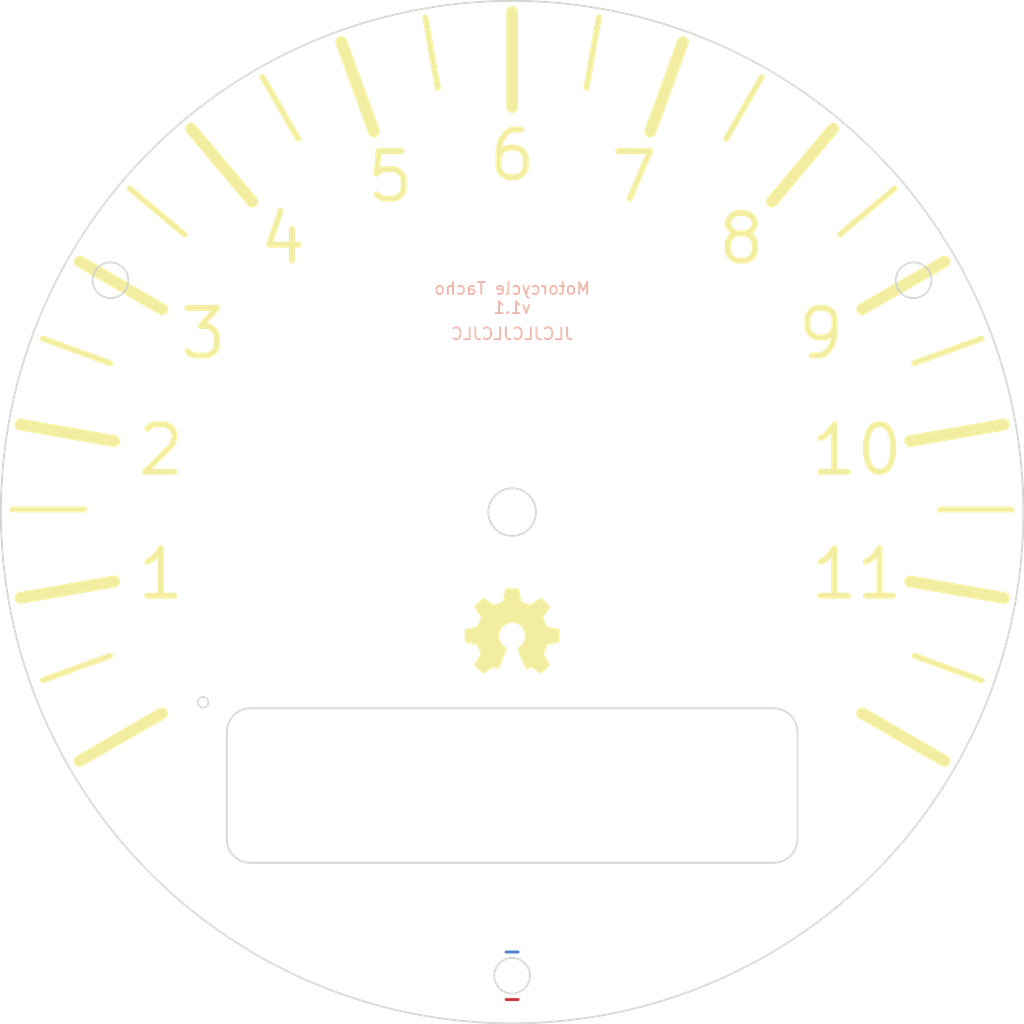
<source format=kicad_pcb>
(kicad_pcb (version 20171130) (host pcbnew 5.1.10)

  (general
    (thickness 1.6)
    (drawings 56)
    (tracks 2)
    (zones 0)
    (modules 5)
    (nets 1)
  )

  (page A4)
  (layers
    (0 F.Cu signal)
    (31 B.Cu signal)
    (36 B.SilkS user)
    (37 F.SilkS user)
    (38 B.Mask user)
    (39 F.Mask user)
    (40 Dwgs.User user)
    (41 Cmts.User user)
    (42 Eco1.User user)
    (43 Eco2.User user)
    (44 Edge.Cuts user)
    (45 Margin user)
    (46 B.CrtYd user)
    (47 F.CrtYd user)
    (49 F.Fab user)
  )

  (setup
    (last_trace_width 0.25)
    (trace_clearance 0.2)
    (zone_clearance 0.508)
    (zone_45_only no)
    (trace_min 0.2)
    (via_size 0.8)
    (via_drill 0.4)
    (via_min_size 0.4)
    (via_min_drill 0.3)
    (uvia_size 0.3)
    (uvia_drill 0.1)
    (uvias_allowed no)
    (uvia_min_size 0.2)
    (uvia_min_drill 0.1)
    (edge_width 0.15)
    (segment_width 0.2)
    (pcb_text_width 0.3)
    (pcb_text_size 1.5 1.5)
    (mod_edge_width 0.15)
    (mod_text_size 1 1)
    (mod_text_width 0.15)
    (pad_size 1.524 1.524)
    (pad_drill 0.762)
    (pad_to_mask_clearance 0)
    (aux_axis_origin 0 0)
    (visible_elements 7FF9FFFF)
    (pcbplotparams
      (layerselection 0x010f0_ffffffff)
      (usegerberextensions false)
      (usegerberattributes true)
      (usegerberadvancedattributes false)
      (creategerberjobfile false)
      (excludeedgelayer true)
      (linewidth 0.100000)
      (plotframeref false)
      (viasonmask false)
      (mode 1)
      (useauxorigin false)
      (hpglpennumber 1)
      (hpglpenspeed 20)
      (hpglpendiameter 15.000000)
      (psnegative false)
      (psa4output false)
      (plotreference true)
      (plotvalue false)
      (plotinvisibletext false)
      (padsonsilk false)
      (subtractmaskfromsilk false)
      (outputformat 1)
      (mirror false)
      (drillshape 0)
      (scaleselection 1)
      (outputdirectory "gerb/"))
  )

  (net 0 "")

  (net_class Default "This is the default net class."
    (clearance 0.2)
    (trace_width 0.25)
    (via_dia 0.8)
    (via_drill 0.4)
    (uvia_dia 0.3)
    (uvia_drill 0.1)
  )

  (module footprints:OSHW (layer F.Cu) (tedit 616B55A4) (tstamp 61B68ADB)
    (at 150 110)
    (fp_text reference G*** (at 0 0) (layer F.SilkS) hide
      (effects (font (size 1.524 1.524) (thickness 0.3)))
    )
    (fp_text value LOGO (at 0.75 0) (layer F.SilkS) hide
      (effects (font (size 1.524 1.524) (thickness 0.3)))
    )
    (fp_poly (pts (xy 0.20526 -3.592883) (xy 0.385381 -3.580397) (xy 0.51573 -3.559594) (xy 0.571414 -3.53055)
      (xy 0.587793 -3.45675) (xy 0.615992 -3.309364) (xy 0.651356 -3.113236) (xy 0.673433 -2.986242)
      (xy 0.756091 -2.504311) (xy 1.139047 -2.348312) (xy 1.522004 -2.192314) (xy 1.959471 -2.493407)
      (xy 2.142389 -2.616993) (xy 2.29531 -2.715998) (xy 2.399541 -2.77858) (xy 2.434787 -2.794499)
      (xy 2.484927 -2.760943) (xy 2.584443 -2.672609) (xy 2.714952 -2.547995) (xy 2.858074 -2.405601)
      (xy 2.995426 -2.263927) (xy 3.108626 -2.141473) (xy 3.179294 -2.056738) (xy 3.193713 -2.030704)
      (xy 3.166959 -1.976284) (xy 3.094711 -1.859237) (xy 2.988994 -1.698501) (xy 2.89881 -1.566218)
      (xy 2.603908 -1.139604) (xy 2.751292 -0.782192) (xy 2.826717 -0.606423) (xy 2.892073 -0.466815)
      (xy 2.935109 -0.389282) (xy 2.939627 -0.383831) (xy 3.003576 -0.358286) (xy 3.142847 -0.322455)
      (xy 3.334225 -0.281895) (xy 3.473883 -0.255925) (xy 3.967191 -0.168969) (xy 3.981288 0.388224)
      (xy 3.989463 0.6216) (xy 3.990125 0.781956) (xy 3.968388 0.886044) (xy 3.909366 0.95062)
      (xy 3.798173 0.992437) (xy 3.619921 1.028249) (xy 3.373533 1.072224) (xy 3.188754 1.107983)
      (xy 3.04704 1.137848) (xy 2.972585 1.15664) (xy 2.967088 1.15921) (xy 2.940487 1.212517)
      (xy 2.889516 1.330516) (xy 2.825741 1.484793) (xy 2.760727 1.64693) (xy 2.706039 1.788511)
      (xy 2.67324 1.881118) (xy 2.673096 1.881592) (xy 2.671375 1.958078) (xy 2.712073 2.065374)
      (xy 2.803027 2.219751) (xy 2.916589 2.387157) (xy 3.035539 2.56102) (xy 3.128935 2.705351)
      (xy 3.184153 2.800213) (xy 3.193713 2.824823) (xy 3.160308 2.876987) (xy 3.072358 2.978611)
      (xy 2.948257 3.111136) (xy 2.806401 3.256005) (xy 2.665185 3.394658) (xy 2.543005 3.508538)
      (xy 2.458256 3.579085) (xy 2.432357 3.592927) (xy 2.376571 3.565953) (xy 2.259515 3.493443)
      (xy 2.101032 3.388013) (xy 1.997061 3.31613) (xy 1.602043 3.039334) (xy 1.40183 3.141474)
      (xy 1.277151 3.202881) (xy 1.194877 3.239299) (xy 1.180296 3.243615) (xy 1.155235 3.200355)
      (xy 1.100003 3.082361) (xy 1.022122 2.907311) (xy 0.929115 2.692882) (xy 0.828503 2.456752)
      (xy 0.727808 2.2166) (xy 0.634553 1.990102) (xy 0.556259 1.794938) (xy 0.500449 1.648784)
      (xy 0.493787 1.630223) (xy 0.454986 1.504364) (xy 0.457705 1.437132) (xy 0.504179 1.395405)
      (xy 0.509843 1.392183) (xy 0.773339 1.191924) (xy 0.961072 0.937469) (xy 1.067774 0.645274)
      (xy 1.088173 0.331793) (xy 1.017 0.013483) (xy 0.97967 -0.074853) (xy 0.869956 -0.277665)
      (xy 0.748599 -0.41842) (xy 0.582604 -0.529408) (xy 0.448219 -0.594982) (xy 0.137433 -0.683129)
      (xy -0.182642 -0.676391) (xy -0.448219 -0.594982) (xy -0.656716 -0.486361) (xy -0.800828 -0.367304)
      (xy -0.913546 -0.205516) (xy -0.97967 -0.074853) (xy -1.077607 0.241847) (xy -1.082486 0.558354)
      (xy -0.999578 0.858215) (xy -0.834152 1.124973) (xy -0.591478 1.342174) (xy -0.509843 1.392183)
      (xy -0.459779 1.433301) (xy -0.453648 1.49728) (xy -0.489216 1.617241) (xy -0.493787 1.630223)
      (xy -0.545064 1.766368) (xy -0.620093 1.954505) (xy -0.711352 2.176957) (xy -0.811319 2.416045)
      (xy -0.912473 2.654093) (xy -1.00729 2.873421) (xy -1.08825 3.056353) (xy -1.147829 3.18521)
      (xy -1.178506 3.242314) (xy -1.180296 3.243615) (xy -1.233643 3.222966) (xy -1.343329 3.170879)
      (xy -1.399919 3.142449) (xy -1.598219 3.041284) (xy -1.994116 3.317106) (xy -2.168117 3.435527)
      (xy -2.312382 3.528496) (xy -2.406979 3.583439) (xy -2.431324 3.592927) (xy -2.481687 3.559587)
      (xy -2.584763 3.469626) (xy -2.723848 3.33813) (xy -2.833174 3.229966) (xy -2.983706 3.074546)
      (xy -3.10341 2.943581) (xy -3.17729 2.853918) (xy -3.193713 2.824823) (xy -3.16672 2.768196)
      (xy -3.094155 2.650422) (xy -2.988641 2.491438) (xy -2.916589 2.387157) (xy -2.780024 2.183665)
      (xy -2.699952 2.040207) (xy -2.668538 1.940513) (xy -2.673096 1.881592) (xy -2.704752 1.792254)
      (xy -2.758564 1.652752) (xy -2.823007 1.491506) (xy -2.886555 1.336938) (xy -2.937685 1.217468)
      (xy -2.964869 1.161519) (xy -2.965306 1.160993) (xy -3.015656 1.146656) (xy -3.140115 1.118881)
      (xy -3.314758 1.082927) (xy -3.371751 1.071648) (xy -3.574089 1.031721) (xy -3.750485 0.996492)
      (xy -3.86814 0.972522) (xy -3.881484 0.96971) (xy -3.930834 0.955147) (xy -3.962802 0.924656)
      (xy -3.980477 0.86024) (xy -3.986948 0.743903) (xy -3.985304 0.557648) (xy -3.981288 0.388224)
      (xy -3.967191 -0.168969) (xy -3.473883 -0.255925) (xy -3.261277 -0.29659) (xy -3.085863 -0.336097)
      (xy -2.970855 -0.368889) (xy -2.939627 -0.383831) (xy -2.902075 -0.447074) (xy -2.839899 -0.577238)
      (xy -2.765307 -0.748485) (xy -2.750612 -0.783842) (xy -2.602547 -1.142904) (xy -2.89813 -1.569301)
      (xy -3.020793 -1.749776) (xy -3.118596 -1.900382) (xy -3.179489 -2.002155) (xy -3.193713 -2.03456)
      (xy -3.160067 -2.085521) (xy -3.071488 -2.185649) (xy -2.946514 -2.316563) (xy -2.803681 -2.459882)
      (xy -2.661528 -2.597225) (xy -2.538592 -2.710211) (xy -2.453411 -2.780459) (xy -2.427306 -2.794499)
      (xy -2.371892 -2.767695) (xy -2.253825 -2.695239) (xy -2.091967 -2.589067) (xy -1.952672 -2.494141)
      (xy -1.518523 -2.193783) (xy -0.756091 -2.504311) (xy -0.673434 -2.986242) (xy -0.636042 -3.199323)
      (xy -0.603099 -3.378152) (xy -0.579261 -3.497884) (xy -0.571414 -3.53055) (xy -0.515507 -3.559652)
      (xy -0.385015 -3.580436) (xy -0.204809 -3.592902) (xy 0.00024 -3.59705) (xy 0.20526 -3.592883)) (layer F.SilkS) (width 0.01))
  )

  (module footprints:Turn_Signals (layer F.Cu) (tedit 61909963) (tstamp 6191417D)
    (at 130 95)
    (fp_text reference REF** (at 0 2.54 180) (layer F.SilkS) hide
      (effects (font (size 1 1) (thickness 0.15)))
    )
    (fp_text value Turn_Signals (at 0 0 180) (layer F.Fab) hide
      (effects (font (size 1 1) (thickness 0.15)))
    )
    (fp_poly (pts (xy 1.393016 -1.297648) (xy 1.581723 -1.142976) (xy 1.830929 -0.915229) (xy 2.074333 -0.677334)
      (xy 2.747694 0) (xy 2.074333 0.677333) (xy 1.795595 0.948586) (xy 1.552748 1.168099)
      (xy 1.37414 1.311294) (xy 1.293153 1.354667) (xy 1.214783 1.277396) (xy 1.185342 1.066934)
      (xy 1.185333 1.062373) (xy 1.185333 0.77008) (xy 0.656167 0.744873) (xy 0.127 0.719667)
      (xy 0.127 -0.508) (xy 0.423333 -0.508) (xy 0.423333 0.508) (xy 0.931333 0.508)
      (xy 1.213605 0.513265) (xy 1.366066 0.538865) (xy 1.428147 0.599507) (xy 1.439333 0.697492)
      (xy 1.453796 0.779766) (xy 1.512406 0.77847) (xy 1.637996 0.680529) (xy 1.853398 0.472865)
      (xy 1.882825 0.443492) (xy 2.326317 0) (xy 1.882825 -0.443492) (xy 1.65642 -0.663718)
      (xy 1.52228 -0.772816) (xy 1.45757 -0.783864) (xy 1.439461 -0.709938) (xy 1.439333 -0.697492)
      (xy 1.425219 -0.5922) (xy 1.356589 -0.53533) (xy 1.194015 -0.512173) (xy 0.931333 -0.508)
      (xy 0.423333 -0.508) (xy 0.127 -0.508) (xy 0.127 -0.719667) (xy 0.656167 -0.744874)
      (xy 1.185333 -0.77008) (xy 1.185333 -1.062374) (xy 1.213836 -1.274831) (xy 1.291471 -1.354643)
      (xy 1.293153 -1.354667) (xy 1.393016 -1.297648)) (layer F.Mask) (width 0.01))
    (fp_poly (pts (xy -1.214783 -1.277396) (xy -1.185342 -1.066934) (xy -1.185333 -1.062374) (xy -1.185333 -0.77008)
      (xy -0.656167 -0.744874) (xy -0.127 -0.719667) (xy -0.127 0.719667) (xy -0.656167 0.744873)
      (xy -1.185333 0.77008) (xy -1.185333 1.062373) (xy -1.213837 1.274831) (xy -1.291471 1.354642)
      (xy -1.293153 1.354667) (xy -1.393016 1.297648) (xy -1.581724 1.142976) (xy -1.830929 0.915229)
      (xy -2.074334 0.677333) (xy -2.747693 0) (xy -2.745515 -0.002191) (xy -2.324126 -0.002191)
      (xy -1.902897 0.426592) (xy -1.682766 0.643735) (xy -1.551268 0.749346) (xy -1.483547 0.757571)
      (xy -1.454747 0.682552) (xy -1.454612 0.681688) (xy -1.419134 0.583748) (xy -1.324195 0.53126)
      (xy -1.128533 0.510681) (xy -0.925445 0.508) (xy -0.423333 0.508) (xy -0.423333 -0.508)
      (xy -0.931333 -0.508) (xy -1.213605 -0.513265) (xy -1.366066 -0.538865) (xy -1.428147 -0.599508)
      (xy -1.439333 -0.697492) (xy -1.453769 -0.779881) (xy -1.51232 -0.778647) (xy -1.637855 -0.68072)
      (xy -1.853242 -0.473025) (xy -1.88173 -0.444588) (xy -2.324126 -0.002191) (xy -2.745515 -0.002191)
      (xy -2.074333 -0.677333) (xy -1.795595 -0.948586) (xy -1.552749 -1.168099) (xy -1.37414 -1.311294)
      (xy -1.293153 -1.354667) (xy -1.214783 -1.277396)) (layer F.Mask) (width 0.01))
  )

  (module footprints:High_Beam (layer F.Cu) (tedit 6190994D) (tstamp 619140C0)
    (at 130 105)
    (fp_text reference REF** (at 0 2.54) (layer F.SilkS) hide
      (effects (font (size 1 1) (thickness 0.15)))
    )
    (fp_text value High_Beam (at 0 0) (layer F.Fab) hide
      (effects (font (size 1 1) (thickness 0.15)))
    )
    (fp_poly (pts (xy -1.373702 -0.155457) (xy -1.066828 -0.112013) (xy -0.911458 -0.036276) (xy -0.899749 0.074478)
      (xy -0.943715 0.141919) (xy -1.068149 0.193003) (xy -1.312722 0.229554) (xy -1.628777 0.250565)
      (xy -1.967662 0.255027) (xy -2.280722 0.241931) (xy -2.519302 0.210269) (xy -2.615838 0.176582)
      (xy -2.691931 0.045444) (xy -2.681995 -0.033789) (xy -2.62727 -0.099376) (xy -2.503228 -0.14044)
      (xy -2.278509 -0.162028) (xy -1.921752 -0.169187) (xy -1.839924 -0.169333) (xy -1.373702 -0.155457)) (layer F.Mask) (width 0.01))
    (fp_poly (pts (xy -1.735667 0.528782) (xy -1.373463 0.541748) (xy -1.146927 0.561714) (xy -1.022407 0.597726)
      (xy -0.966249 0.658826) (xy -0.946612 0.740833) (xy -0.941227 0.826931) (xy -0.974387 0.882176)
      (xy -1.075832 0.913408) (xy -1.275301 0.92747) (xy -1.602535 0.931201) (xy -1.774769 0.931333)
      (xy -2.175776 0.926928) (xy -2.437911 0.910694) (xy -2.591475 0.878105) (xy -2.666774 0.824631)
      (xy -2.681995 0.795788) (xy -2.689755 0.669434) (xy -2.587799 0.585193) (xy -2.359746 0.538445)
      (xy -1.989217 0.524567) (xy -1.735667 0.528782)) (layer F.Mask) (width 0.01))
    (fp_poly (pts (xy -1.388998 1.27235) (xy -1.143569 1.283521) (xy -1.005981 1.309699) (xy -0.945497 1.357066)
      (xy -0.93138 1.431806) (xy -0.931333 1.439333) (xy -0.943013 1.51659) (xy -0.998542 1.565967)
      (xy -1.128656 1.593648) (xy -1.364093 1.605817) (xy -1.735588 1.608657) (xy -1.773003 1.608667)
      (xy -2.140863 1.600601) (xy -2.436721 1.578767) (xy -2.623177 1.546706) (xy -2.667 1.524)
      (xy -2.695026 1.415414) (xy -2.611626 1.340407) (xy -2.400843 1.294446) (xy -2.046722 1.272996)
      (xy -1.773003 1.27) (xy -1.388998 1.27235)) (layer F.Mask) (width 0.01))
    (fp_poly (pts (xy 0.682068 -1.717439) (xy 1.183676 -1.632241) (xy 1.657491 -1.434692) (xy 2.075239 -1.148748)
      (xy 2.408646 -0.798359) (xy 2.629435 -0.407481) (xy 2.709333 -0.000067) (xy 2.709333 0)
      (xy 2.629766 0.409763) (xy 2.411378 0.796257) (xy 2.084638 1.13999) (xy 1.680018 1.42147)
      (xy 1.227987 1.621207) (xy 0.759014 1.719709) (xy 0.303572 1.697485) (xy 0.130241 1.649805)
      (xy -0.210428 1.466027) (xy -0.452873 1.181709) (xy -0.602791 0.783383) (xy -0.66588 0.257581)
      (xy -0.661474 -0.110917) (xy -0.30254 -0.110917) (xy -0.286004 0.328103) (xy -0.203072 0.731232)
      (xy -0.053745 1.050551) (xy 0.046224 1.164167) (xy 0.349118 1.322393) (xy 0.743549 1.343407)
      (xy 1.093856 1.271953) (xy 1.539479 1.072065) (xy 1.924776 0.763658) (xy 2.197109 0.38935)
      (xy 2.205908 0.371548) (xy 2.385772 0) (xy 2.205908 -0.371549) (xy 1.967863 -0.719854)
      (xy 1.641286 -1.004274) (xy 1.261586 -1.211813) (xy 0.864169 -1.329478) (xy 0.484444 -1.344273)
      (xy 0.157817 -1.243203) (xy 0.046224 -1.164167) (xy -0.136427 -0.904969) (xy -0.252681 -0.537913)
      (xy -0.30254 -0.110917) (xy -0.661474 -0.110917) (xy -0.66019 -0.218206) (xy -0.586324 -0.787713)
      (xy -0.427158 -1.214839) (xy -0.175788 -1.507295) (xy 0.17469 -1.672792) (xy 0.63118 -1.71904)
      (xy 0.682068 -1.717439)) (layer F.Mask) (width 0.01))
    (fp_poly (pts (xy -1.388998 -1.52165) (xy -1.143569 -1.510479) (xy -1.005981 -1.484301) (xy -0.945497 -1.436934)
      (xy -0.93138 -1.362194) (xy -0.931333 -1.354667) (xy -0.943013 -1.27741) (xy -0.998542 -1.228033)
      (xy -1.128656 -1.200352) (xy -1.364093 -1.188183) (xy -1.735588 -1.185343) (xy -1.773003 -1.185333)
      (xy -2.140863 -1.193399) (xy -2.436721 -1.215233) (xy -2.623177 -1.247294) (xy -2.667 -1.27)
      (xy -2.695026 -1.378586) (xy -2.611626 -1.453593) (xy -2.400843 -1.499554) (xy -2.046722 -1.521004)
      (xy -1.773003 -1.524) (xy -1.388998 -1.52165)) (layer F.Mask) (width 0.01))
    (fp_poly (pts (xy -1.393787 -0.844068) (xy -1.145819 -0.832447) (xy -1.006354 -0.806067) (xy -0.944992 -0.759191)
      (xy -0.931333 -0.686392) (xy -0.993582 -0.527285) (xy -1.065258 -0.474725) (xy -1.234942 -0.444126)
      (xy -1.509559 -0.428186) (xy -1.836285 -0.426019) (xy -2.162297 -0.436737) (xy -2.434771 -0.459455)
      (xy -2.600886 -0.493285) (xy -2.615838 -0.500752) (xy -2.691931 -0.631889) (xy -2.681995 -0.711122)
      (xy -2.629694 -0.774607) (xy -2.511199 -0.815212) (xy -2.296115 -0.837508) (xy -1.954045 -0.846066)
      (xy -1.780657 -0.846667) (xy -1.393787 -0.844068)) (layer F.Mask) (width 0.01))
  )

  (module footprints:Neutral (layer F.Cu) (tedit 6190998C) (tstamp 6191416C)
    (at 170 105)
    (fp_text reference REF** (at 0 2.54) (layer F.SilkS) hide
      (effects (font (size 1 1) (thickness 0.15)))
    )
    (fp_text value Neutral (at 0 0) (layer F.Fab)
      (effects (font (size 1 1) (thickness 0.15)))
    )
    (fp_poly (pts (xy 1.143 1.651) (xy 0.914514 1.677371) (xy 0.822508 1.68166) (xy 0.739009 1.659386)
      (xy 0.651047 1.592668) (xy 0.545652 1.463621) (xy 0.409855 1.254362) (xy 0.230685 0.947008)
      (xy -0.004826 0.523676) (xy -0.259013 0.059269) (xy -0.804333 -0.939794) (xy -0.82765 0.376769)
      (xy -0.850967 1.693333) (xy -1.273737 1.693333) (xy -1.227667 -1.481667) (xy -0.957712 -1.507809)
      (xy -0.853074 -1.516906) (xy -0.767062 -1.508743) (xy -0.685389 -1.464624) (xy -0.593767 -1.365857)
      (xy -0.477907 -1.193747) (xy -0.323522 -0.929601) (xy -0.116323 -0.554725) (xy 0.157977 -0.050424)
      (xy 0.162374 -0.042333) (xy 0.76055 1.058333) (xy 0.761275 -0.232833) (xy 0.762 -1.524)
      (xy 1.18907 -1.524) (xy 1.143 1.651)) (layer F.Mask) (width 0.01))
  )

  (module footprints:Oil_Pressure (layer F.Cu) (tedit 61909980) (tstamp 61913E16)
    (at 170 95)
    (fp_text reference REF** (at 0 2.54) (layer F.SilkS) hide
      (effects (font (size 1 1) (thickness 0.15)))
    )
    (fp_text value Oil_Pressure (at 0 -2.54) (layer F.Fab)
      (effects (font (size 1 1) (thickness 0.15)))
    )
    (fp_poly (pts (xy -0.250123 -1.094785) (xy -0.039594 -1.073433) (xy 0.061838 -1.031047) (xy 0.084667 -0.973667)
      (xy 0.008938 -0.872841) (xy -0.169333 -0.846667) (xy -0.349242 -0.825688) (xy -0.415552 -0.726727)
      (xy -0.423333 -0.592667) (xy -0.401977 -0.412454) (xy -0.303832 -0.346099) (xy -0.180752 -0.338667)
      (xy 0.067329 -0.285387) (xy 0.26525 -0.178657) (xy 0.36046 -0.109884) (xy 0.453451 -0.076862)
      (xy 0.579008 -0.084885) (xy 0.771913 -0.139246) (xy 1.066951 -0.245238) (xy 1.313834 -0.338226)
      (xy 1.710508 -0.478375) (xy 2.013694 -0.565357) (xy 2.199114 -0.592796) (xy 2.240716 -0.581619)
      (xy 2.217919 -0.491203) (xy 2.078251 -0.300633) (xy 1.831606 -0.022023) (xy 1.522722 0.297616)
      (xy 0.723011 1.100667) (xy -1.598931 1.100667) (xy -1.624965 0.74556) (xy -1.649385 0.539653)
      (xy -1.711833 0.411869) (xy -1.853386 0.315643) (xy -2.095326 0.212335) (xy -2.356694 0.098536)
      (xy -2.55679 -0.004893) (xy -2.628842 -0.054975) (xy -2.657906 -0.186556) (xy -2.638075 -0.283097)
      (xy -2.357054 -0.283097) (xy -2.322282 -0.193009) (xy -2.164369 -0.103329) (xy -2.053167 -0.055752)
      (xy -1.802725 0.042458) (xy -1.669936 0.066652) (xy -1.617639 0.011422) (xy -1.611101 -0.084667)
      (xy -1.354667 -0.084667) (xy -1.354667 0.846667) (xy 0.640784 0.846667) (xy 1.103559 0.37192)
      (xy 1.327452 0.133908) (xy 1.428092 -0.004001) (xy 1.398138 -0.048812) (xy 1.23025 -0.007529)
      (xy 0.917086 0.112846) (xy 0.857493 0.137142) (xy 0.549894 0.23602) (xy 0.331262 0.229612)
      (xy 0.155377 0.114598) (xy 0.127 0.084667) (xy 0.019771 -0.003709) (xy -0.132143 -0.05542)
      (xy -0.371875 -0.079403) (xy -0.690456 -0.084667) (xy -1.354667 -0.084667) (xy -1.611101 -0.084667)
      (xy -1.608667 -0.120434) (xy -1.648012 -0.275663) (xy -1.794022 -0.381138) (xy -1.91506 -0.426654)
      (xy -2.130113 -0.483183) (xy -2.246451 -0.464928) (xy -2.294764 -0.412053) (xy -2.357054 -0.283097)
      (xy -2.638075 -0.283097) (xy -2.615367 -0.393641) (xy -2.525922 -0.614031) (xy -2.414267 -0.785527)
      (xy -2.3145 -0.846667) (xy -2.181133 -0.815023) (xy -1.941272 -0.73143) (xy -1.643081 -0.612894)
      (xy -1.595161 -0.592667) (xy -1.227509 -0.442037) (xy -0.986512 -0.364241) (xy -0.846039 -0.3591)
      (xy -0.779957 -0.426439) (xy -0.762137 -0.566082) (xy -0.762 -0.587043) (xy -0.789825 -0.770981)
      (xy -0.904962 -0.848084) (xy -0.988304 -0.86221) (xy -1.168248 -0.917437) (xy -1.24936 -0.994833)
      (xy -1.220911 -1.050339) (xy -1.076914 -1.083892) (xy -0.796019 -1.09897) (xy -0.599722 -1.100667)
      (xy -0.250123 -1.094785)) (layer F.Mask) (width 0.01))
    (fp_poly (pts (xy 2.559441 0.4956) (xy 2.648655 0.664143) (xy 2.693026 0.856576) (xy 2.680787 0.968267)
      (xy 2.564259 1.076781) (xy 2.455333 1.100667) (xy 2.290408 1.043894) (xy 2.229879 0.968267)
      (xy 2.224069 0.802943) (xy 2.284424 0.609969) (xy 2.380998 0.461731) (xy 2.455333 0.423333)
      (xy 2.559441 0.4956)) (layer F.Mask) (width 0.01))
  )

  (gr_poly (pts (xy 173.75 98.75) (xy 166.25 98.75) (xy 166.25 91.25) (xy 173.75 91.25)) (layer B.Mask) (width 0.1) (tstamp 619144C8))
  (gr_poly (pts (xy 173.75 108.75) (xy 166.25 108.75) (xy 166.25 101.25) (xy 173.75 101.25)) (layer B.Mask) (width 0.1) (tstamp 619144C6))
  (gr_poly (pts (xy 133.75 108.75) (xy 126.25 108.75) (xy 126.25 101.25) (xy 133.75 101.25)) (layer B.Mask) (width 0.1) (tstamp 619144C3))
  (gr_poly (pts (xy 133.75 98.75) (xy 126.25 98.75) (xy 126.25 91.25) (xy 133.75 91.25)) (layer B.Mask) (width 0.1))
  (gr_text JLCJLCJLCJLC (at 150 85) (layer B.SilkS)
    (effects (font (size 1 1) (thickness 0.15)) (justify mirror))
  )
  (gr_text "Motorcycle Tacho\nv1.1" (at 150 82) (layer B.SilkS)
    (effects (font (size 1 1) (thickness 0.15)) (justify mirror))
  )
  (gr_line (start 174 118.5) (end 174 127.5) (layer Edge.Cuts) (width 0.15))
  (gr_arc (start 128 118.5) (end 128 116.5) (angle -90) (layer Edge.Cuts) (width 0.15))
  (gr_arc (start 128 127.5) (end 126 127.5) (angle -90) (layer Edge.Cuts) (width 0.15))
  (gr_circle (center 150 139) (end 151.5 139) (layer Edge.Cuts) (width 0.15))
  (gr_arc (start 172 127.5) (end 172 129.5) (angle -90) (layer Edge.Cuts) (width 0.15))
  (gr_circle (center 124 116) (end 124.45 116) (layer Edge.Cuts) (width 0.15))
  (gr_line (start 126 118.5) (end 126 127.5) (layer Edge.Cuts) (width 0.15))
  (gr_circle (center 183.77 80.5) (end 185.27 80.5) (layer Edge.Cuts) (width 0.15))
  (gr_arc (start 172 118.5) (end 174 118.5) (angle -90) (layer Edge.Cuts) (width 0.15))
  (gr_line (start 128 116.5) (end 172 116.5) (layer Edge.Cuts) (width 0.15))
  (gr_circle (center 116.22 80.5) (end 117.72 80.5) (layer Edge.Cuts) (width 0.15))
  (gr_circle (center 150 100) (end 152 100) (layer Edge.Cuts) (width 0.15))
  (gr_line (start 128 129.5) (end 172 129.5) (layer Edge.Cuts) (width 0.15))
  (gr_line (start 110.53291 114.139821) (end 116.171066 112.0877) (layer F.SilkS) (width 0.5))
  (gr_line (start 108 99.774975) (end 114 99.774975) (layer F.SilkS) (width 0.5))
  (gr_line (start 157.293223 58.413049) (end 156.251334 64.321896) (layer F.SilkS) (width 0.5))
  (gr_line (start 182.173867 72.777895) (end 177.5776 76.634621) (layer F.SilkS) (width 0.5))
  (gr_line (start 110.53291 85.410129) (end 116.171066 87.46225) (layer F.SilkS) (width 0.5))
  (gr_line (start 171 63.401908) (end 168 68.59806) (layer F.SilkS) (width 0.5))
  (gr_line (start 129 63.401908) (end 132 68.59806) (layer F.SilkS) (width 0.5))
  (gr_line (start 189.46709 114.139821) (end 183.828934 112.0877) (layer F.SilkS) (width 0.5))
  (gr_line (start 189.46709 85.410129) (end 183.828934 87.46225) (layer F.SilkS) (width 0.5))
  (gr_line (start 192 99.774975) (end 186 99.774975) (layer F.SilkS) (width 0.5))
  (gr_line (start 117.826133 72.777895) (end 122.4224 76.634621) (layer F.SilkS) (width 0.5))
  (gr_line (start 142.706777 58.413049) (end 143.748666 64.321896) (layer F.SilkS) (width 0.5))
  (gr_line (start 191.361926 92.636353) (end 183.483464 94.025538) (layer F.SilkS) (width 1))
  (gr_line (start 150 57.929576) (end 150 65.929576) (layer F.SilkS) (width 1))
  (gr_line (start 113.626933 78.929576) (end 120.555136 82.929576) (layer F.SilkS) (width 1))
  (gr_line (start 176.99708 67.755709) (end 171.854779 73.884065) (layer F.SilkS) (width 1))
  (gr_line (start 191.361926 107.222799) (end 183.483464 105.833614) (layer F.SilkS) (width 1))
  (gr_line (start 135.635154 60.462486) (end 138.371315 67.980027) (layer F.SilkS) (width 1))
  (gr_line (start 164.364846 60.462486) (end 161.628685 67.980027) (layer F.SilkS) (width 1))
  (gr_line (start 108.638074 92.636353) (end 116.516536 94.025538) (layer F.SilkS) (width 1))
  (gr_line (start 113.626933 120.929576) (end 120.555136 116.929576) (layer F.SilkS) (width 1))
  (gr_line (start 186.373067 78.929576) (end 179.444864 82.929576) (layer F.SilkS) (width 1))
  (gr_line (start 123.00292 67.755709) (end 128.145221 73.884065) (layer F.SilkS) (width 1))
  (gr_line (start 186.373067 120.929576) (end 179.444864 116.929576) (layer F.SilkS) (width 1))
  (gr_line (start 108.638074 107.222799) (end 116.516536 105.833614) (layer F.SilkS) (width 1))
  (gr_text 3 (at 124.019238 85) (layer F.SilkS)
    (effects (font (size 4 4) (thickness 0.5)))
  )
  (gr_text 10 (at 179 94.790555) (layer F.SilkS)
    (effects (font (size 4 4) (thickness 0.5)))
  )
  (gr_text 7 (at 160.260604 71.809221) (layer F.SilkS) (tstamp 5CEBDF7D)
    (effects (font (size 4 4) (thickness 0.5)))
  )
  (gr_text 11 (at 179 105.209445) (layer F.SilkS)
    (effects (font (size 4 4) (thickness 0.5)))
  )
  (gr_text 6 (at 150 70) (layer F.SilkS)
    (effects (font (size 4 4) (thickness 0.5)))
  )
  (gr_text 5 (at 139.739396 71.809221) (layer F.SilkS)
    (effects (font (size 4 4) (thickness 0.5)))
  )
  (gr_text 8 (at 169.283628 77.018667) (layer F.SilkS)
    (effects (font (size 4 4) (thickness 0.5)))
  )
  (gr_text 4 (at 130.716372 77.018667) (layer F.SilkS)
    (effects (font (size 4 4) (thickness 0.5)))
  )
  (gr_text 1 (at 120.455767 105.209445) (layer F.SilkS)
    (effects (font (size 4 4) (thickness 0.5)))
  )
  (gr_text 9 (at 175.980762 85) (layer F.SilkS)
    (effects (font (size 4 4) (thickness 0.5)))
  )
  (gr_text 2 (at 120.455767 94.790555) (layer F.SilkS)
    (effects (font (size 4 4) (thickness 0.5)))
  )
  (gr_circle (center 150 100) (end 193 100) (layer Edge.Cuts) (width 0.15))

  (segment (start 149.5 141) (end 150.5 141) (width 0.25) (layer F.Cu) (net 0))
  (segment (start 149.5 137) (end 150.5 137) (width 0.25) (layer B.Cu) (net 0))

)

</source>
